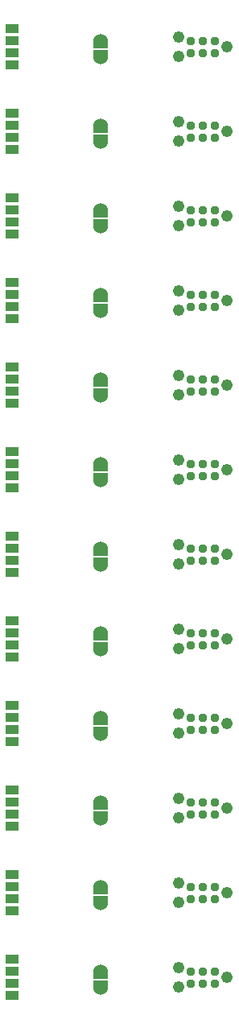
<source format=gbr>
G04 start of page 8 for group -4062 idx -4062 *
G04 Title: (unknown), soldermask *
G04 Creator: pcb 20140316 *
G04 CreationDate: Thu 20 Aug 2020 02:40:25 AM GMT UTC *
G04 For: railfan *
G04 Format: Gerber/RS-274X *
G04 PCB-Dimensions (mil): 2500.00 4300.00 *
G04 PCB-Coordinate-Origin: lower left *
%MOIN*%
%FSLAX25Y25*%
%LNBOTTOMMASK*%
%ADD66C,0.0370*%
%ADD65R,0.0300X0.0300*%
%ADD64C,0.0600*%
%ADD63R,0.0344X0.0344*%
%ADD62C,0.0490*%
G54D62*X121500Y302500D03*
Y267500D03*
Y232500D03*
Y197500D03*
X101500Y306500D03*
Y298500D03*
Y271500D03*
Y263500D03*
Y236500D03*
Y228500D03*
Y201500D03*
Y193500D03*
X121500Y372500D03*
X101500Y376500D03*
Y368500D03*
X121500Y337500D03*
X101500Y341500D03*
X121500Y407500D03*
X101500Y411500D03*
Y403500D03*
Y333500D03*
X121500Y162500D03*
Y127500D03*
Y92500D03*
Y57500D03*
X101500Y166500D03*
Y158500D03*
Y131500D03*
Y123500D03*
Y96500D03*
Y88500D03*
Y61500D03*
Y53500D03*
X121500Y22500D03*
X101500Y26500D03*
Y18500D03*
G54D63*X31419Y330000D02*X33337D01*
X31419Y335000D02*X33337D01*
X31419Y345000D02*X33337D01*
X31419Y340000D02*X33337D01*
G54D64*X69000Y339900D03*
G54D65*X67500Y338400D02*X70500D01*
G54D64*X69000Y333100D03*
G54D65*X67500Y334600D02*X70500D01*
G54D63*X31419Y295000D02*X33337D01*
X31419Y300000D02*X33337D01*
X31419Y310000D02*X33337D01*
X31419Y305000D02*X33337D01*
G54D64*X69000Y304900D03*
G54D65*X67500Y303400D02*X70500D01*
G54D64*X69000Y298100D03*
G54D65*X67500Y299600D02*X70500D01*
G54D66*X116500Y335000D03*
Y340000D03*
X111500Y335000D03*
X116500Y300000D03*
Y305000D03*
X111500Y300000D03*
Y305000D03*
X106500Y300000D03*
Y305000D03*
G54D63*X31419Y260000D02*X33337D01*
X31419Y265000D02*X33337D01*
X31419Y275000D02*X33337D01*
X31419Y270000D02*X33337D01*
G54D64*X69000Y269900D03*
G54D65*X67500Y268400D02*X70500D01*
G54D64*X69000Y263100D03*
G54D65*X67500Y264600D02*X70500D01*
G54D63*X31419Y225000D02*X33337D01*
X31419Y230000D02*X33337D01*
X31419Y240000D02*X33337D01*
X31419Y235000D02*X33337D01*
G54D64*X69000Y234900D03*
G54D65*X67500Y233400D02*X70500D01*
G54D64*X69000Y228100D03*
G54D65*X67500Y229600D02*X70500D01*
G54D63*X31419Y405000D02*X33337D01*
X31419Y400000D02*X33337D01*
X31419Y415000D02*X33337D01*
X31419Y410000D02*X33337D01*
G54D64*X69000Y409900D03*
G54D65*X67500Y408400D02*X70500D01*
G54D64*X69000Y403100D03*
G54D65*X67500Y404600D02*X70500D01*
G54D63*X31419Y365000D02*X33337D01*
X31419Y370000D02*X33337D01*
X31419Y380000D02*X33337D01*
X31419Y375000D02*X33337D01*
G54D64*X69000Y374900D03*
G54D65*X67500Y373400D02*X70500D01*
G54D64*X69000Y368100D03*
G54D65*X67500Y369600D02*X70500D01*
G54D66*X116500Y405000D03*
Y410000D03*
X111500Y405000D03*
Y410000D03*
X106500Y405000D03*
Y410000D03*
X116500Y370000D03*
Y375000D03*
X111500Y370000D03*
Y375000D03*
X106500Y370000D03*
Y375000D03*
X111500Y340000D03*
X106500D03*
Y335000D03*
X116500Y265000D03*
Y270000D03*
X111500D03*
Y265000D03*
X106500D03*
Y270000D03*
X116500Y230000D03*
Y235000D03*
X111500Y230000D03*
Y235000D03*
X106500Y230000D03*
Y235000D03*
X116500Y195000D03*
Y200000D03*
X111500Y195000D03*
Y200000D03*
X106500Y195000D03*
Y200000D03*
X116500Y160000D03*
Y20000D03*
Y25000D03*
X111500D03*
X106500D03*
X111500Y20000D03*
X106500D03*
X116500Y55000D03*
Y60000D03*
X111500Y55000D03*
Y60000D03*
X106500Y55000D03*
Y60000D03*
G54D63*X31419Y190000D02*X33337D01*
X31419Y195000D02*X33337D01*
X31419Y205000D02*X33337D01*
X31419Y200000D02*X33337D01*
G54D64*X69000Y199900D03*
G54D65*X67500Y198400D02*X70500D01*
G54D64*X69000Y193100D03*
G54D65*X67500Y194600D02*X70500D01*
G54D63*X31419Y155000D02*X33337D01*
X31419Y160000D02*X33337D01*
X31419Y170000D02*X33337D01*
X31419Y165000D02*X33337D01*
G54D64*X69000Y164900D03*
G54D65*X67500Y163400D02*X70500D01*
G54D64*X69000Y158100D03*
G54D65*X67500Y159600D02*X70500D01*
G54D63*X31419Y120000D02*X33337D01*
X31419Y125000D02*X33337D01*
X31419Y135000D02*X33337D01*
X31419Y130000D02*X33337D01*
G54D64*X69000Y129900D03*
G54D65*X67500Y128400D02*X70500D01*
G54D64*X69000Y123100D03*
G54D65*X67500Y124600D02*X70500D01*
G54D66*X116500Y165000D03*
X111500Y160000D03*
Y165000D03*
X106500Y160000D03*
Y165000D03*
X116500Y125000D03*
Y130000D03*
X111500Y125000D03*
Y130000D03*
X106500Y125000D03*
Y130000D03*
X116500Y90000D03*
Y95000D03*
X111500Y90000D03*
Y95000D03*
X106500D03*
Y90000D03*
G54D63*X31419Y85000D02*X33337D01*
X31419Y90000D02*X33337D01*
X31419Y100000D02*X33337D01*
X31419Y95000D02*X33337D01*
G54D64*X69000Y94900D03*
G54D65*X67500Y93400D02*X70500D01*
G54D64*X69000Y88100D03*
G54D65*X67500Y89600D02*X70500D01*
G54D63*X31419Y50000D02*X33337D01*
X31419Y55000D02*X33337D01*
X31419Y65000D02*X33337D01*
X31419Y60000D02*X33337D01*
G54D64*X69000Y59900D03*
G54D65*X67500Y58400D02*X70500D01*
G54D64*X69000Y53100D03*
G54D65*X67500Y54600D02*X70500D01*
G54D63*X31419Y15000D02*X33337D01*
X31419Y20000D02*X33337D01*
X31419Y30000D02*X33337D01*
X31419Y25000D02*X33337D01*
G54D64*X69000Y24900D03*
G54D65*X67500Y23400D02*X70500D01*
G54D64*X69000Y18100D03*
G54D65*X67500Y19600D02*X70500D01*
M02*

</source>
